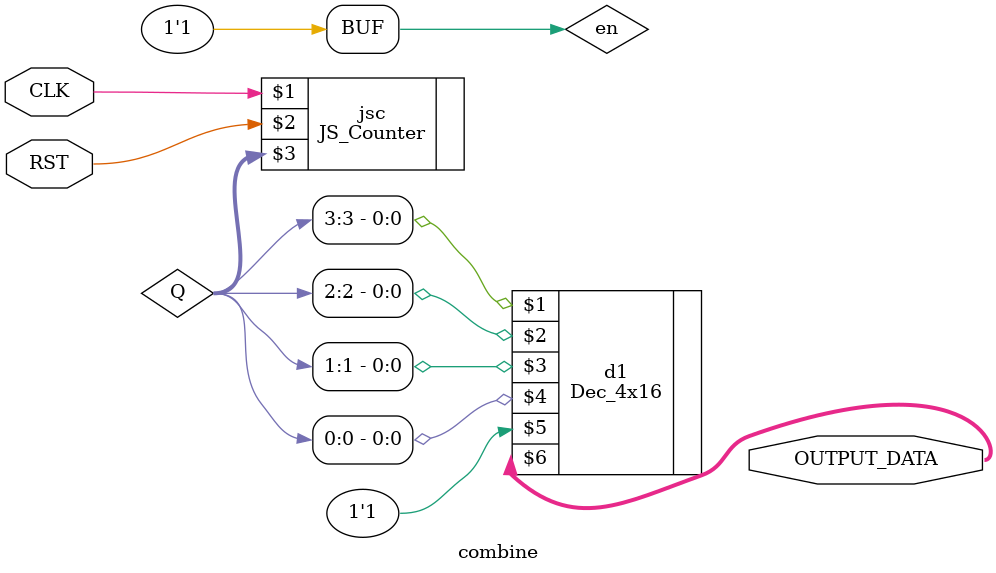
<source format=v>

module combine(RST,CLK,OUTPUT_DATA);
input  RST,CLK; //1 bit input
output [15:0] OUTPUT_DATA; //16 bit output
wire en; 
wire [3:0]Q; //4 bit wire
assign en=1;
JS_Counter jsc(CLK,RST,Q); //calling JS_Counter module 
Dec_4x16 d1(Q[3],Q[2],Q[1],Q[0],en,OUTPUT_DATA); //calling Dec_4x16 module 
endmodule


</source>
